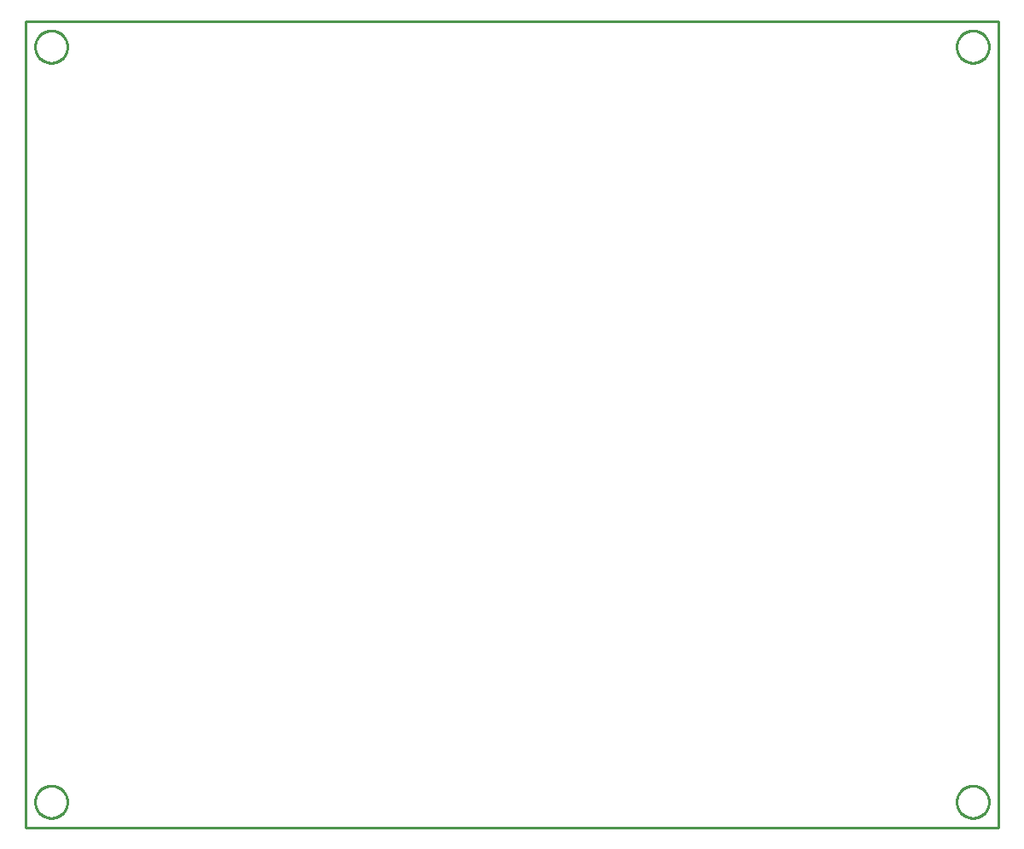
<source format=gbr>
G04 EAGLE Gerber RS-274X export*
G75*
%MOMM*%
%FSLAX34Y34*%
%LPD*%
%IN*%
%IPPOS*%
%AMOC8*
5,1,8,0,0,1.08239X$1,22.5*%
G01*
%ADD10C,0.254000*%


D10*
X25400Y0D02*
X990600Y0D01*
X990600Y800100D01*
X25400Y800100D01*
X25400Y0D01*
X66800Y774176D02*
X66732Y773131D01*
X66595Y772092D01*
X66390Y771065D01*
X66119Y770053D01*
X65783Y769061D01*
X65382Y768093D01*
X64918Y767154D01*
X64395Y766246D01*
X63813Y765375D01*
X63175Y764544D01*
X62484Y763757D01*
X61743Y763016D01*
X60956Y762325D01*
X60125Y761688D01*
X59254Y761106D01*
X58346Y760582D01*
X57407Y760118D01*
X56439Y759717D01*
X55447Y759381D01*
X54435Y759110D01*
X53408Y758905D01*
X52369Y758769D01*
X51324Y758700D01*
X50276Y758700D01*
X49231Y758769D01*
X48192Y758905D01*
X47165Y759110D01*
X46153Y759381D01*
X45161Y759717D01*
X44193Y760118D01*
X43254Y760582D01*
X42346Y761106D01*
X41475Y761688D01*
X40644Y762325D01*
X39857Y763016D01*
X39116Y763757D01*
X38425Y764544D01*
X37788Y765375D01*
X37206Y766246D01*
X36682Y767154D01*
X36218Y768093D01*
X35817Y769061D01*
X35481Y770053D01*
X35210Y771065D01*
X35005Y772092D01*
X34869Y773131D01*
X34800Y774176D01*
X34800Y775224D01*
X34869Y776269D01*
X35005Y777308D01*
X35210Y778335D01*
X35481Y779347D01*
X35817Y780339D01*
X36218Y781307D01*
X36682Y782246D01*
X37206Y783154D01*
X37788Y784025D01*
X38425Y784856D01*
X39116Y785643D01*
X39857Y786384D01*
X40644Y787075D01*
X41475Y787713D01*
X42346Y788295D01*
X43254Y788818D01*
X44193Y789282D01*
X45161Y789683D01*
X46153Y790019D01*
X47165Y790290D01*
X48192Y790495D01*
X49231Y790632D01*
X50276Y790700D01*
X51324Y790700D01*
X52369Y790632D01*
X53408Y790495D01*
X54435Y790290D01*
X55447Y790019D01*
X56439Y789683D01*
X57407Y789282D01*
X58346Y788818D01*
X59254Y788295D01*
X60125Y787713D01*
X60956Y787075D01*
X61743Y786384D01*
X62484Y785643D01*
X63175Y784856D01*
X63813Y784025D01*
X64395Y783154D01*
X64918Y782246D01*
X65382Y781307D01*
X65783Y780339D01*
X66119Y779347D01*
X66390Y778335D01*
X66595Y777308D01*
X66732Y776269D01*
X66800Y775224D01*
X66800Y774176D01*
X66800Y24876D02*
X66732Y23831D01*
X66595Y22792D01*
X66390Y21765D01*
X66119Y20753D01*
X65783Y19761D01*
X65382Y18793D01*
X64918Y17854D01*
X64395Y16946D01*
X63813Y16075D01*
X63175Y15244D01*
X62484Y14457D01*
X61743Y13716D01*
X60956Y13025D01*
X60125Y12388D01*
X59254Y11806D01*
X58346Y11282D01*
X57407Y10818D01*
X56439Y10417D01*
X55447Y10081D01*
X54435Y9810D01*
X53408Y9605D01*
X52369Y9469D01*
X51324Y9400D01*
X50276Y9400D01*
X49231Y9469D01*
X48192Y9605D01*
X47165Y9810D01*
X46153Y10081D01*
X45161Y10417D01*
X44193Y10818D01*
X43254Y11282D01*
X42346Y11806D01*
X41475Y12388D01*
X40644Y13025D01*
X39857Y13716D01*
X39116Y14457D01*
X38425Y15244D01*
X37788Y16075D01*
X37206Y16946D01*
X36682Y17854D01*
X36218Y18793D01*
X35817Y19761D01*
X35481Y20753D01*
X35210Y21765D01*
X35005Y22792D01*
X34869Y23831D01*
X34800Y24876D01*
X34800Y25924D01*
X34869Y26969D01*
X35005Y28008D01*
X35210Y29035D01*
X35481Y30047D01*
X35817Y31039D01*
X36218Y32007D01*
X36682Y32946D01*
X37206Y33854D01*
X37788Y34725D01*
X38425Y35556D01*
X39116Y36343D01*
X39857Y37084D01*
X40644Y37775D01*
X41475Y38413D01*
X42346Y38995D01*
X43254Y39518D01*
X44193Y39982D01*
X45161Y40383D01*
X46153Y40719D01*
X47165Y40990D01*
X48192Y41195D01*
X49231Y41332D01*
X50276Y41400D01*
X51324Y41400D01*
X52369Y41332D01*
X53408Y41195D01*
X54435Y40990D01*
X55447Y40719D01*
X56439Y40383D01*
X57407Y39982D01*
X58346Y39518D01*
X59254Y38995D01*
X60125Y38413D01*
X60956Y37775D01*
X61743Y37084D01*
X62484Y36343D01*
X63175Y35556D01*
X63813Y34725D01*
X64395Y33854D01*
X64918Y32946D01*
X65382Y32007D01*
X65783Y31039D01*
X66119Y30047D01*
X66390Y29035D01*
X66595Y28008D01*
X66732Y26969D01*
X66800Y25924D01*
X66800Y24876D01*
X981200Y24876D02*
X981132Y23831D01*
X980995Y22792D01*
X980790Y21765D01*
X980519Y20753D01*
X980183Y19761D01*
X979782Y18793D01*
X979318Y17854D01*
X978795Y16946D01*
X978213Y16075D01*
X977575Y15244D01*
X976884Y14457D01*
X976143Y13716D01*
X975356Y13025D01*
X974525Y12388D01*
X973654Y11806D01*
X972746Y11282D01*
X971807Y10818D01*
X970839Y10417D01*
X969847Y10081D01*
X968835Y9810D01*
X967808Y9605D01*
X966769Y9469D01*
X965724Y9400D01*
X964676Y9400D01*
X963631Y9469D01*
X962592Y9605D01*
X961565Y9810D01*
X960553Y10081D01*
X959561Y10417D01*
X958593Y10818D01*
X957654Y11282D01*
X956746Y11806D01*
X955875Y12388D01*
X955044Y13025D01*
X954257Y13716D01*
X953516Y14457D01*
X952825Y15244D01*
X952188Y16075D01*
X951606Y16946D01*
X951082Y17854D01*
X950618Y18793D01*
X950217Y19761D01*
X949881Y20753D01*
X949610Y21765D01*
X949405Y22792D01*
X949269Y23831D01*
X949200Y24876D01*
X949200Y25924D01*
X949269Y26969D01*
X949405Y28008D01*
X949610Y29035D01*
X949881Y30047D01*
X950217Y31039D01*
X950618Y32007D01*
X951082Y32946D01*
X951606Y33854D01*
X952188Y34725D01*
X952825Y35556D01*
X953516Y36343D01*
X954257Y37084D01*
X955044Y37775D01*
X955875Y38413D01*
X956746Y38995D01*
X957654Y39518D01*
X958593Y39982D01*
X959561Y40383D01*
X960553Y40719D01*
X961565Y40990D01*
X962592Y41195D01*
X963631Y41332D01*
X964676Y41400D01*
X965724Y41400D01*
X966769Y41332D01*
X967808Y41195D01*
X968835Y40990D01*
X969847Y40719D01*
X970839Y40383D01*
X971807Y39982D01*
X972746Y39518D01*
X973654Y38995D01*
X974525Y38413D01*
X975356Y37775D01*
X976143Y37084D01*
X976884Y36343D01*
X977575Y35556D01*
X978213Y34725D01*
X978795Y33854D01*
X979318Y32946D01*
X979782Y32007D01*
X980183Y31039D01*
X980519Y30047D01*
X980790Y29035D01*
X980995Y28008D01*
X981132Y26969D01*
X981200Y25924D01*
X981200Y24876D01*
X981200Y774176D02*
X981132Y773131D01*
X980995Y772092D01*
X980790Y771065D01*
X980519Y770053D01*
X980183Y769061D01*
X979782Y768093D01*
X979318Y767154D01*
X978795Y766246D01*
X978213Y765375D01*
X977575Y764544D01*
X976884Y763757D01*
X976143Y763016D01*
X975356Y762325D01*
X974525Y761688D01*
X973654Y761106D01*
X972746Y760582D01*
X971807Y760118D01*
X970839Y759717D01*
X969847Y759381D01*
X968835Y759110D01*
X967808Y758905D01*
X966769Y758769D01*
X965724Y758700D01*
X964676Y758700D01*
X963631Y758769D01*
X962592Y758905D01*
X961565Y759110D01*
X960553Y759381D01*
X959561Y759717D01*
X958593Y760118D01*
X957654Y760582D01*
X956746Y761106D01*
X955875Y761688D01*
X955044Y762325D01*
X954257Y763016D01*
X953516Y763757D01*
X952825Y764544D01*
X952188Y765375D01*
X951606Y766246D01*
X951082Y767154D01*
X950618Y768093D01*
X950217Y769061D01*
X949881Y770053D01*
X949610Y771065D01*
X949405Y772092D01*
X949269Y773131D01*
X949200Y774176D01*
X949200Y775224D01*
X949269Y776269D01*
X949405Y777308D01*
X949610Y778335D01*
X949881Y779347D01*
X950217Y780339D01*
X950618Y781307D01*
X951082Y782246D01*
X951606Y783154D01*
X952188Y784025D01*
X952825Y784856D01*
X953516Y785643D01*
X954257Y786384D01*
X955044Y787075D01*
X955875Y787713D01*
X956746Y788295D01*
X957654Y788818D01*
X958593Y789282D01*
X959561Y789683D01*
X960553Y790019D01*
X961565Y790290D01*
X962592Y790495D01*
X963631Y790632D01*
X964676Y790700D01*
X965724Y790700D01*
X966769Y790632D01*
X967808Y790495D01*
X968835Y790290D01*
X969847Y790019D01*
X970839Y789683D01*
X971807Y789282D01*
X972746Y788818D01*
X973654Y788295D01*
X974525Y787713D01*
X975356Y787075D01*
X976143Y786384D01*
X976884Y785643D01*
X977575Y784856D01*
X978213Y784025D01*
X978795Y783154D01*
X979318Y782246D01*
X979782Y781307D01*
X980183Y780339D01*
X980519Y779347D01*
X980790Y778335D01*
X980995Y777308D01*
X981132Y776269D01*
X981200Y775224D01*
X981200Y774176D01*
M02*

</source>
